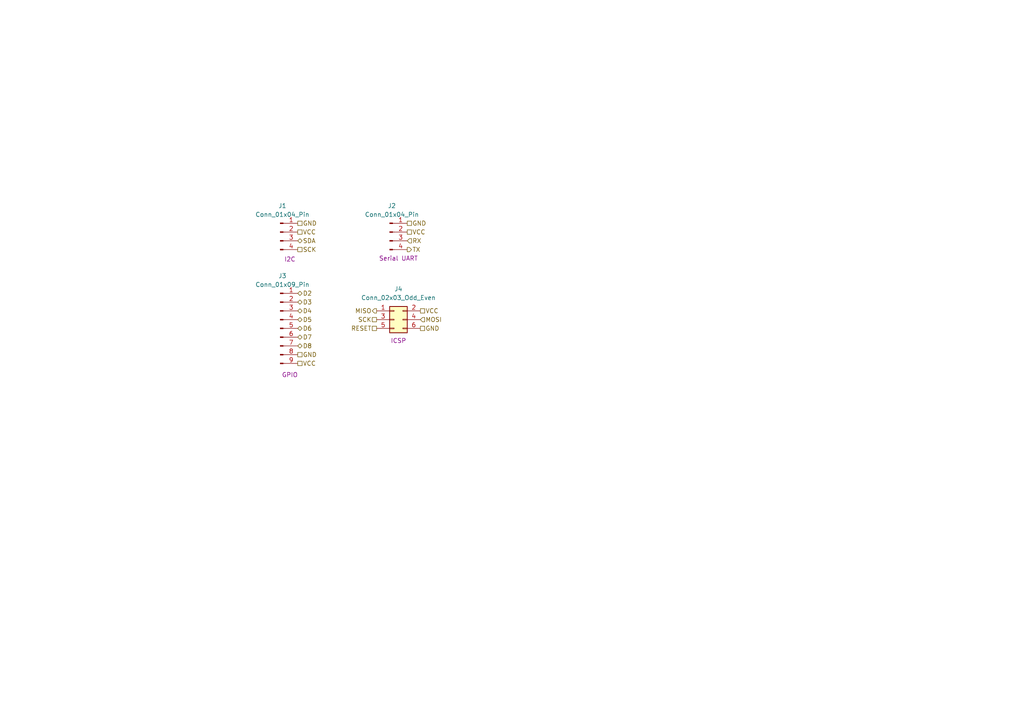
<source format=kicad_sch>
(kicad_sch (version 20250114) (generator "eeschema") (generator_version "9.0")
  (paper "A4")
  (lib_symbols
    (symbol "Connector:Conn_01x04_Pin" (pin_names (offset 1.016) (hide yes))
      (property "Reference" "J" (at 0 5.08 0))
      (property "Value" "Conn_01x04_Pin" (at 0 -7.62 0))
      (symbol "Conn_01x04_Pin_1_1"
        (rectangle (start 0.8636 2.667) (end 0 2.413) (stroke (width 0.1524)) (fill (type outline)))
        (rectangle (start 0.8636 0.127) (end 0 -0.127) (stroke (width 0.1524)) (fill (type outline)))
        (rectangle (start 0.8636 -2.413) (end 0 -2.667) (stroke (width 0.1524)) (fill (type outline)))
        (rectangle (start 0.8636 -4.953) (end 0 -5.207) (stroke (width 0.1524)) (fill (type outline)))
        (polyline (pts (xy 1.27 2.54) (xy 0.8636 2.54)) (stroke (width 0.1524)))
        (polyline (pts (xy 1.27 0) (xy 0.8636 0)) (stroke (width 0.1524)))
        (polyline (pts (xy 1.27 -2.54) (xy 0.8636 -2.54)) (stroke (width 0.1524)))
        (polyline (pts (xy 1.27 -5.08) (xy 0.8636 -5.08)) (stroke (width 0.1524)))
        (pin passive line (at 5.08 2.54 180) (length 3.81) (name "Pin_1") (number "1"))
        (pin passive line (at 5.08 0 180) (length 3.81) (name "Pin_2") (number "2"))
        (pin passive line (at 5.08 -2.54 180) (length 3.81) (name "Pin_3") (number "3"))
        (pin passive line (at 5.08 -5.08 180) (length 3.81) (name "Pin_4") (number "4"))
      )
    )
    (symbol "Connector:Conn_01x09_Pin" (pin_names (offset 1.016) (hide yes))
      (property "Reference" "J" (at 0 12.7 0))
      (property "Value" "Conn_01x09_Pin" (at 0 -12.7 0))
      (symbol "Conn_01x09_Pin_1_1"
        (rectangle (start 0.8636 10.287) (end 0 10.033) (stroke (width 0.1524)) (fill (type outline)))
        (rectangle (start 0.8636 7.747) (end 0 7.493) (stroke (width 0.1524)) (fill (type outline)))
        (rectangle (start 0.8636 5.207) (end 0 4.953) (stroke (width 0.1524)) (fill (type outline)))
        (rectangle (start 0.8636 2.667) (end 0 2.413) (stroke (width 0.1524)) (fill (type outline)))
        (rectangle (start 0.8636 0.127) (end 0 -0.127) (stroke (width 0.1524)) (fill (type outline)))
        (rectangle (start 0.8636 -2.413) (end 0 -2.667) (stroke (width 0.1524)) (fill (type outline)))
        (rectangle (start 0.8636 -4.953) (end 0 -5.207) (stroke (width 0.1524)) (fill (type outline)))
        (rectangle (start 0.8636 -7.493) (end 0 -7.747) (stroke (width 0.1524)) (fill (type outline)))
        (rectangle (start 0.8636 -10.033) (end 0 -10.287) (stroke (width 0.1524)) (fill (type outline)))
        (polyline (pts (xy 1.27 10.16) (xy 0.8636 10.16)) (stroke (width 0.1524)))
        (polyline (pts (xy 1.27 7.62) (xy 0.8636 7.62)) (stroke (width 0.1524)))
        (polyline (pts (xy 1.27 5.08) (xy 0.8636 5.08)) (stroke (width 0.1524)))
        (polyline (pts (xy 1.27 2.54) (xy 0.8636 2.54)) (stroke (width 0.1524)))
        (polyline (pts (xy 1.27 0) (xy 0.8636 0)) (stroke (width 0.1524)))
        (polyline (pts (xy 1.27 -2.54) (xy 0.8636 -2.54)) (stroke (width 0.1524)))
        (polyline (pts (xy 1.27 -5.08) (xy 0.8636 -5.08)) (stroke (width 0.1524)))
        (polyline (pts (xy 1.27 -7.62) (xy 0.8636 -7.62)) (stroke (width 0.1524)))
        (polyline (pts (xy 1.27 -10.16) (xy 0.8636 -10.16)) (stroke (width 0.1524)))
        (pin passive line (at 5.08 10.16 180) (length 3.81) (name "Pin_1") (number "1"))
        (pin passive line (at 5.08 7.62 180) (length 3.81) (name "Pin_2") (number "2"))
        (pin passive line (at 5.08 5.08 180) (length 3.81) (name "Pin_3") (number "3"))
        (pin passive line (at 5.08 2.54 180) (length 3.81) (name "Pin_4") (number "4"))
        (pin passive line (at 5.08 0 180) (length 3.81) (name "Pin_5") (number "5"))
        (pin passive line (at 5.08 -2.54 180) (length 3.81) (name "Pin_6") (number "6"))
        (pin passive line (at 5.08 -5.08 180) (length 3.81) (name "Pin_7") (number "7"))
        (pin passive line (at 5.08 -7.62 180) (length 3.81) (name "Pin_8") (number "8"))
        (pin passive line (at 5.08 -10.16 180) (length 3.81) (name "Pin_9") (number "9"))
      )
    )
    (symbol "Connector_Generic:Conn_02x03_Odd_Even" (pin_names (offset 1.016) (hide yes))
      (property "Reference" "J" (at 1.27 5.08 0))
      (property "Value" "Conn_02x03_Odd_Even" (at 1.27 -5.08 0))
      (symbol "Conn_02x03_Odd_Even_1_1"
        (rectangle (start -1.27 3.81) (end 3.81 -3.81) (stroke (width 0.254)) (fill (type background)))
        (rectangle (start -1.27 2.667) (end 0 2.413) (stroke (width 0.1524)))
        (rectangle (start -1.27 0.127) (end 0 -0.127) (stroke (width 0.1524)))
        (rectangle (start -1.27 -2.413) (end 0 -2.667) (stroke (width 0.1524)))
        (rectangle (start 3.81 2.667) (end 2.54 2.413) (stroke (width 0.1524)))
        (rectangle (start 3.81 0.127) (end 2.54 -0.127) (stroke (width 0.1524)))
        (rectangle (start 3.81 -2.413) (end 2.54 -2.667) (stroke (width 0.1524)))
        (pin passive line (at -5.08 2.54 0) (length 3.81) (name "Pin_1") (number "1"))
        (pin passive line (at -5.08 0 0) (length 3.81) (name "Pin_3") (number "3"))
        (pin passive line (at -5.08 -2.54 0) (length 3.81) (name "Pin_5") (number "5"))
        (pin passive line (at 7.62 2.54 180) (length 3.81) (name "Pin_2") (number "2"))
        (pin passive line (at 7.62 0 180) (length 3.81) (name "Pin_4") (number "4"))
        (pin passive line (at 7.62 -2.54 180) (length 3.81) (name "Pin_6") (number "6"))
      )
    )
  )
  (hierarchical_label "SCK" (shape passive) (at 109.22 92.71 180))
  (hierarchical_label "MOSI" (shape input) (at 121.92 92.71 0))
  (hierarchical_label "D7" (shape bidirectional) (at 86.36 97.79 0))
  (hierarchical_label "D2" (shape bidirectional) (at 86.36 85.09 0))
  (hierarchical_label "RESET" (shape passive) (at 109.22 95.25 180))
  (hierarchical_label "VCC" (shape passive) (at 118.11 67.31 0))
  (hierarchical_label "VCC" (shape passive) (at 86.36 67.31 0))
  (hierarchical_label "D3" (shape bidirectional) (at 86.36 87.63 0))
  (hierarchical_label "D5" (shape bidirectional) (at 86.36 92.71 0))
  (hierarchical_label "RX" (shape input) (at 118.11 69.85 0))
  (hierarchical_label "GND" (shape passive) (at 121.92 95.25 0))
  (hierarchical_label "GND" (shape passive) (at 86.36 64.77 0))
  (hierarchical_label "SDA" (shape bidirectional) (at 86.36 69.85 0))
  (hierarchical_label "D4" (shape bidirectional) (at 86.36 90.17 0))
  (hierarchical_label "VCC" (shape passive) (at 86.36 105.41 0))
  (hierarchical_label "VCC" (shape passive) (at 121.92 90.17 0))
  (hierarchical_label "GND" (shape passive) (at 86.36 102.87 0))
  (hierarchical_label "SCK" (shape passive) (at 86.36 72.39 0))
  (hierarchical_label "TX" (shape output) (at 118.11 72.39 0))
  (hierarchical_label "MISO" (shape output) (at 109.22 90.17 180))
  (hierarchical_label "D6" (shape bidirectional) (at 86.36 95.25 0))
  (hierarchical_label "D8" (shape bidirectional) (at 86.36 100.33 0))
  (hierarchical_label "GND" (shape passive) (at 118.11 64.77 0))
  (symbol (lib_id "Connector_Generic:Conn_02x03_Odd_Even") (at 114.3 92.71 0) (unit 1)
    (property "Reference" "J4" (at 115.57 83.82 0))
    (property "Value" "Conn_02x03_Odd_Even" (at 115.57 86.36 0))
    (property "Footprint" "Connector_PinHeader_2.54mm:PinHeader_2x03_P2.54mm_Vertical" (effects (hide yes)))
    (property "Description" "Generic connector, double row, 02x03, odd/even pin numbering scheme (row 1 odd numbers, row 2 even numbers), script generated (kicad-library-utils/schlib/autogen/connector/)" (effects (hide yes)))
    (property "Purpose" "ICSP" (at 115.57 98.806 0))
  )
  (symbol (lib_id "Connector:Conn_01x04_Pin") (at 81.28 67.31 0) (unit 1)
    (property "Reference" "J1" (at 81.915 59.69 0))
    (property "Value" "Conn_01x04_Pin" (at 81.915 62.23 0))
    (property "Footprint" "Connector_PinHeader_2.54mm:PinHeader_1x04_P2.54mm_Vertical" (effects (hide yes)))
    (property "Description" "Generic connector, single row, 01x04, script generated" (effects (hide yes)))
    (property "Purpose" "I2C" (at 84.074 75.184 0))
  )
  (symbol (lib_id "Connector:Conn_01x04_Pin") (at 113.03 67.31 0) (unit 1)
    (property "Reference" "J2" (at 113.665 59.69 0))
    (property "Value" "Conn_01x04_Pin" (at 113.665 62.23 0))
    (property "Footprint" "Connector_PinHeader_2.54mm:PinHeader_1x04_P2.54mm_Vertical" (effects (hide yes)))
    (property "Description" "Generic connector, single row, 01x04, script generated" (effects (hide yes)))
    (property "Purpose" "Serial UART" (at 115.57 74.93 0))
  )
  (symbol (lib_id "Connector:Conn_01x09_Pin") (at 81.28 95.25 0) (unit 1)
    (property "Reference" "J3" (at 81.915 80.01 0))
    (property "Value" "Conn_01x09_Pin" (at 81.915 82.55 0))
    (property "Footprint" "Connector_PinHeader_2.54mm:PinHeader_1x09_P2.54mm_Vertical" (effects (hide yes)))
    (property "Description" "Generic connector, single row, 01x09, script generated" (effects (hide yes)))
    (property "Purpose" "GPIO" (at 84.074 108.712 0))
  )
)
</source>
